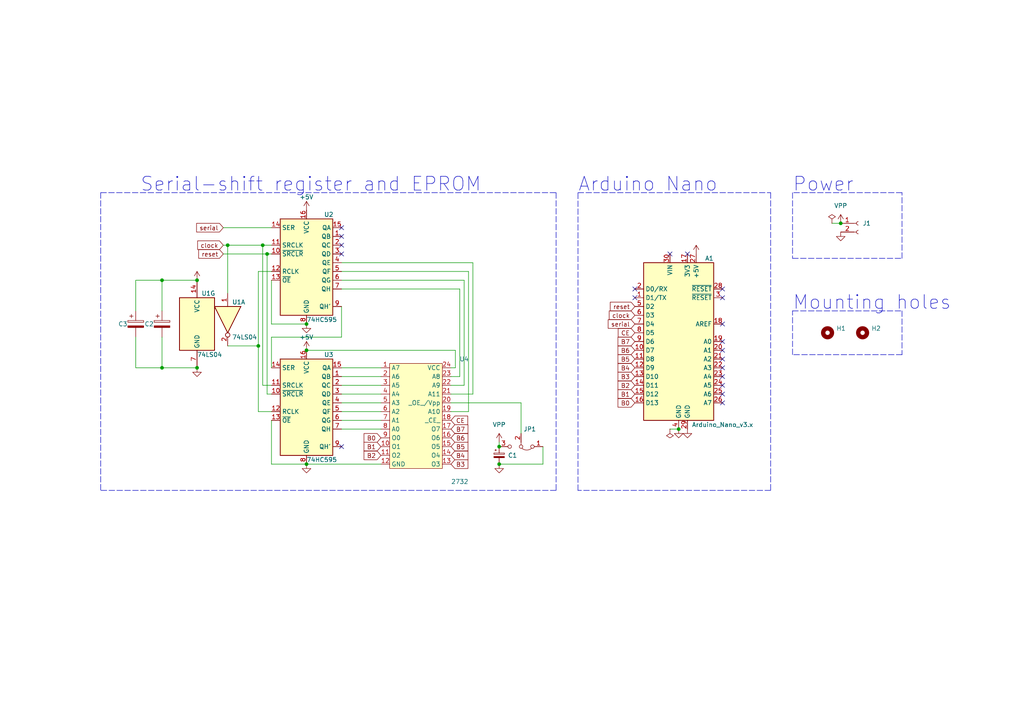
<source format=kicad_sch>
(kicad_sch (version 20211123) (generator eeschema)
  (paper "A4")
  (lib_symbols
    (symbol "74xx:74HC595"
      (property "Reference" "U" (at -7.62 13.97 0))
      (property "Value" "74HC595" (at -7.62 -16.51 0))
      (symbol "74HC595_1_0"
        (pin tri_state line (at 10.16 7.62 180) (length 2.54) (name "QB") (number "1"))
        (pin input line (at -10.16 2.54 0) (length 2.54) (name "~{SRCLR}") (number "10"))
        (pin input line (at -10.16 5.08 0) (length 2.54) (name "SRCLK") (number "11"))
        (pin input line (at -10.16 -2.54 0) (length 2.54) (name "RCLK") (number "12"))
        (pin input line (at -10.16 -5.08 0) (length 2.54) (name "~{OE}") (number "13"))
        (pin input line (at -10.16 10.16 0) (length 2.54) (name "SER") (number "14"))
        (pin tri_state line (at 10.16 10.16 180) (length 2.54) (name "QA") (number "15"))
        (pin power_in line (at 0 15.24 270) (length 2.54) (name "VCC") (number "16"))
        (pin tri_state line (at 10.16 5.08 180) (length 2.54) (name "QC") (number "2"))
        (pin tri_state line (at 10.16 2.54 180) (length 2.54) (name "QD") (number "3"))
        (pin tri_state line (at 10.16 0 180) (length 2.54) (name "QE") (number "4"))
        (pin tri_state line (at 10.16 -2.54 180) (length 2.54) (name "QF") (number "5"))
        (pin tri_state line (at 10.16 -5.08 180) (length 2.54) (name "QG") (number "6"))
        (pin tri_state line (at 10.16 -7.62 180) (length 2.54) (name "QH") (number "7"))
        (pin power_in line (at 0 -17.78 90) (length 2.54) (name "GND") (number "8"))
        (pin output line (at 10.16 -12.7 180) (length 2.54) (name "QH'") (number "9"))
      )
      (symbol "74HC595_1_1"
        (rectangle (start -7.62 12.7) (end 7.62 -15.24) (stroke (width 0.254)) (fill (type background)))
      )
    )
    (symbol "74xx:74LS04"
      (property "Reference" "U" (at 0 1.27 0))
      (property "Value" "74LS04" (at 0 -1.27 0))
      (symbol "74LS04_1_0"
        (polyline (pts (xy -3.81 3.81) (xy -3.81 -3.81) (xy 3.81 0) (xy -3.81 3.81)) (stroke (width 0.254)) (fill (type background)))
        (pin input line (at -7.62 0 0) (length 3.81) (name "~") (number "1"))
        (pin output inverted (at 7.62 0 180) (length 3.81) (name "~") (number "2"))
      )
      (symbol "74LS04_2_0"
        (polyline (pts (xy -3.81 3.81) (xy -3.81 -3.81) (xy 3.81 0) (xy -3.81 3.81)) (stroke (width 0.254)) (fill (type background)))
        (pin input line (at -7.62 0 0) (length 3.81) (name "~") (number "3"))
        (pin output inverted (at 7.62 0 180) (length 3.81) (name "~") (number "4"))
      )
      (symbol "74LS04_3_0"
        (polyline (pts (xy -3.81 3.81) (xy -3.81 -3.81) (xy 3.81 0) (xy -3.81 3.81)) (stroke (width 0.254)) (fill (type background)))
        (pin input line (at -7.62 0 0) (length 3.81) (name "~") (number "5"))
        (pin output inverted (at 7.62 0 180) (length 3.81) (name "~") (number "6"))
      )
      (symbol "74LS04_4_0"
        (polyline (pts (xy -3.81 3.81) (xy -3.81 -3.81) (xy 3.81 0) (xy -3.81 3.81)) (stroke (width 0.254)) (fill (type background)))
        (pin output inverted (at 7.62 0 180) (length 3.81) (name "~") (number "8"))
        (pin input line (at -7.62 0 0) (length 3.81) (name "~") (number "9"))
      )
      (symbol "74LS04_5_0"
        (polyline (pts (xy -3.81 3.81) (xy -3.81 -3.81) (xy 3.81 0) (xy -3.81 3.81)) (stroke (width 0.254)) (fill (type background)))
        (pin output inverted (at 7.62 0 180) (length 3.81) (name "~") (number "10"))
        (pin input line (at -7.62 0 0) (length 3.81) (name "~") (number "11"))
      )
      (symbol "74LS04_6_0"
        (polyline (pts (xy -3.81 3.81) (xy -3.81 -3.81) (xy 3.81 0) (xy -3.81 3.81)) (stroke (width 0.254)) (fill (type background)))
        (pin output inverted (at 7.62 0 180) (length 3.81) (name "~") (number "12"))
        (pin input line (at -7.62 0 0) (length 3.81) (name "~") (number "13"))
      )
      (symbol "74LS04_7_0"
        (pin power_in line (at 0 12.7 270) (length 5.08) (name "VCC") (number "14"))
        (pin power_in line (at 0 -12.7 90) (length 5.08) (name "GND") (number "7"))
      )
      (symbol "74LS04_7_1"
        (rectangle (start -5.08 7.62) (end 5.08 -7.62) (stroke (width 0.254)) (fill (type background)))
      )
    )
    (symbol "Connector:Conn_01x02_Female" (pin_names (offset 1.016) hide)
      (property "Reference" "J" (at 0 2.54 0))
      (property "Value" "Conn_01x02_Female" (at 0 -5.08 0))
      (symbol "Conn_01x02_Female_1_1"
        (arc (start 0 -2.032) (mid -0.508 -2.54) (end 0 -3.048) (stroke (width 0.1524)))
        (polyline (pts (xy -1.27 -2.54) (xy -0.508 -2.54)) (stroke (width 0.1524)))
        (polyline (pts (xy -1.27 0) (xy -0.508 0)) (stroke (width 0.1524)))
        (arc (start 0 0.508) (mid -0.508 0) (end 0 -0.508) (stroke (width 0.1524)))
        (pin passive line (at -5.08 0 0) (length 3.81) (name "Pin_1") (number "1"))
        (pin passive line (at -5.08 -2.54 0) (length 3.81) (name "Pin_2") (number "2"))
      )
    )
    (symbol "Device:C_Polarized" (pin_numbers hide) (pin_names (offset 0.254))
      (property "Reference" "C" (at 0.635 2.54 0))
      (property "Value" "C_Polarized" (at 0.635 -2.54 0))
      (symbol "C_Polarized_0_1"
        (rectangle (start -2.286 0.508) (end 2.286 1.016))
        (polyline (pts (xy -1.778 2.286) (xy -0.762 2.286)))
        (polyline (pts (xy -1.27 2.794) (xy -1.27 1.778)))
        (rectangle (start 2.286 -0.508) (end -2.286 -1.016) (fill (type outline)))
      )
      (symbol "C_Polarized_1_1"
        (pin passive line (at 0 3.81 270) (length 2.794) (name "~") (number "1"))
        (pin passive line (at 0 -3.81 90) (length 2.794) (name "~") (number "2"))
      )
    )
    (symbol "Device:C_Polarized_Small" (pin_numbers hide) (pin_names (offset 0.254) hide)
      (property "Reference" "C" (at 0.254 1.778 0))
      (property "Value" "C_Polarized_Small" (at 0.254 -2.032 0))
      (symbol "C_Polarized_Small_0_1"
        (rectangle (start -1.524 -0.3048) (end 1.524 -0.6858) (fill (type outline)))
        (rectangle (start -1.524 0.6858) (end 1.524 0.3048))
        (polyline (pts (xy -1.27 1.524) (xy -0.762 1.524)))
        (polyline (pts (xy -1.016 1.27) (xy -1.016 1.778)))
      )
      (symbol "C_Polarized_Small_1_1"
        (pin passive line (at 0 2.54 270) (length 1.8542) (name "~") (number "1"))
        (pin passive line (at 0 -2.54 90) (length 1.8542) (name "~") (number "2"))
      )
    )
    (symbol "Jumper:Jumper_3_Bridged12" (pin_names (offset 0) hide)
      (property "Reference" "JP" (at -2.54 -2.54 0))
      (property "Value" "Jumper_3_Bridged12" (at 0 2.794 0))
      (symbol "Jumper_3_Bridged12_0_0"
        (circle (center -3.302 0) (radius 0.508))
        (circle (center 0 0) (radius 0.508))
        (circle (center 3.302 0) (radius 0.508))
      )
      (symbol "Jumper_3_Bridged12_0_1"
        (arc (start -0.254 0.508) (mid -1.651 0.9912) (end -3.048 0.508))
        (polyline (pts (xy 0 -1.27) (xy 0 -0.508)))
      )
      (symbol "Jumper_3_Bridged12_1_1"
        (pin passive line (at -6.35 0 0) (length 2.54) (name "A") (number "1"))
        (pin passive line (at 0 -3.81 90) (length 2.54) (name "C") (number "2"))
        (pin passive line (at 6.35 0 180) (length 2.54) (name "B") (number "3"))
      )
    )
    (symbol "MCU_Module:Arduino_Nano_v3.x"
      (property "Reference" "A" (at -10.16 23.495 0))
      (property "Value" "Arduino_Nano_v3.x" (at 5.08 -24.13 0))
      (symbol "Arduino_Nano_v3.x_0_1"
        (rectangle (start -10.16 22.86) (end 10.16 -22.86) (stroke (width 0.254)) (fill (type background)))
      )
      (symbol "Arduino_Nano_v3.x_1_1"
        (pin bidirectional line (at -12.7 12.7 0) (length 2.54) (name "D1/TX") (number "1"))
        (pin bidirectional line (at -12.7 -2.54 0) (length 2.54) (name "D7") (number "10"))
        (pin bidirectional line (at -12.7 -5.08 0) (length 2.54) (name "D8") (number "11"))
        (pin bidirectional line (at -12.7 -7.62 0) (length 2.54) (name "D9") (number "12"))
        (pin bidirectional line (at -12.7 -10.16 0) (length 2.54) (name "D10") (number "13"))
        (pin bidirectional line (at -12.7 -12.7 0) (length 2.54) (name "D11") (number "14"))
        (pin bidirectional line (at -12.7 -15.24 0) (length 2.54) (name "D12") (number "15"))
        (pin bidirectional line (at -12.7 -17.78 0) (length 2.54) (name "D13") (number "16"))
        (pin power_out line (at 2.54 25.4 270) (length 2.54) (name "3V3") (number "17"))
        (pin input line (at 12.7 5.08 180) (length 2.54) (name "AREF") (number "18"))
        (pin bidirectional line (at 12.7 0 180) (length 2.54) (name "A0") (number "19"))
        (pin bidirectional line (at -12.7 15.24 0) (length 2.54) (name "D0/RX") (number "2"))
        (pin bidirectional line (at 12.7 -2.54 180) (length 2.54) (name "A1") (number "20"))
        (pin bidirectional line (at 12.7 -5.08 180) (length 2.54) (name "A2") (number "21"))
        (pin bidirectional line (at 12.7 -7.62 180) (length 2.54) (name "A3") (number "22"))
        (pin bidirectional line (at 12.7 -10.16 180) (length 2.54) (name "A4") (number "23"))
        (pin bidirectional line (at 12.7 -12.7 180) (length 2.54) (name "A5") (number "24"))
        (pin bidirectional line (at 12.7 -15.24 180) (length 2.54) (name "A6") (number "25"))
        (pin bidirectional line (at 12.7 -17.78 180) (length 2.54) (name "A7") (number "26"))
        (pin power_out line (at 5.08 25.4 270) (length 2.54) (name "+5V") (number "27"))
        (pin input line (at 12.7 15.24 180) (length 2.54) (name "~{RESET}") (number "28"))
        (pin power_in line (at 2.54 -25.4 90) (length 2.54) (name "GND") (number "29"))
        (pin input line (at 12.7 12.7 180) (length 2.54) (name "~{RESET}") (number "3"))
        (pin power_in line (at -2.54 25.4 270) (length 2.54) (name "VIN") (number "30"))
        (pin power_in line (at 0 -25.4 90) (length 2.54) (name "GND") (number "4"))
        (pin bidirectional line (at -12.7 10.16 0) (length 2.54) (name "D2") (number "5"))
        (pin bidirectional line (at -12.7 7.62 0) (length 2.54) (name "D3") (number "6"))
        (pin bidirectional line (at -12.7 5.08 0) (length 2.54) (name "D4") (number "7"))
        (pin bidirectional line (at -12.7 2.54 0) (length 2.54) (name "D5") (number "8"))
        (pin bidirectional line (at -12.7 0 0) (length 2.54) (name "D6") (number "9"))
      )
    )
    (symbol "Mechanical:MountingHole" (pin_names (offset 1.016))
      (property "Reference" "H" (at 0 5.08 0))
      (property "Value" "MountingHole" (at 0 3.175 0))
      (symbol "MountingHole_0_1"
        (circle (center 0 0) (radius 1.27) (stroke (width 1.27)))
      )
    )
    (symbol "Memory_EPROM:2732"
      (property "Reference" "U" (at 3.81 1.27 0))
      (property "Value" "2732" (at 8.89 -31.75 0))
      (symbol "2732_0_1"
        (rectangle (start -3.81 0) (end 11.43 -30.48) (fill (type background)))
      )
      (symbol "2732_1_1"
        (pin input line (at -6.35 -1.27 0) (length 2.54) (name "A7") (number "1"))
        (pin tri_state line (at -6.35 -24.13 0) (length 2.54) (name "O1") (number "10"))
        (pin tri_state line (at -6.35 -26.67 0) (length 2.54) (name "O2") (number "11"))
        (pin power_in line (at -6.35 -29.21 0) (length 2.54) (name "GND") (number "12"))
        (pin tri_state line (at 13.97 -29.21 180) (length 2.54) (name "O3") (number "13"))
        (pin tri_state line (at 13.97 -26.67 180) (length 2.54) (name "O4") (number "14"))
        (pin tri_state line (at 13.97 -24.13 180) (length 2.54) (name "O5") (number "15"))
        (pin tri_state line (at 13.97 -21.59 180) (length 2.54) (name "O6") (number "16"))
        (pin tri_state line (at 13.97 -19.05 180) (length 2.54) (name "O7") (number "17"))
        (pin input line (at 13.97 -16.51 180) (length 2.54) (name "_CE_") (number "18"))
        (pin input line (at 13.97 -13.97 180) (length 2.54) (name "A10") (number "19"))
        (pin input line (at -6.35 -3.81 0) (length 2.54) (name "A6") (number "2"))
        (pin input line (at 13.97 -11.43 180) (length 2.54) (name "_OE_/Vpp") (number "20"))
        (pin input line (at 13.97 -8.89 180) (length 2.54) (name "A11") (number "21"))
        (pin input line (at 13.97 -6.35 180) (length 2.54) (name "A9") (number "22"))
        (pin input line (at 13.97 -3.81 180) (length 2.54) (name "A8") (number "23"))
        (pin power_in line (at 13.97 -1.27 180) (length 2.54) (name "VCC") (number "24"))
        (pin input line (at -6.35 -6.35 0) (length 2.54) (name "A5") (number "3"))
        (pin input line (at -6.35 -8.89 0) (length 2.54) (name "A4") (number "4"))
        (pin input line (at -6.35 -11.43 0) (length 2.54) (name "A3") (number "5"))
        (pin input line (at -6.35 -13.97 0) (length 2.54) (name "A2") (number "6"))
        (pin input line (at -6.35 -16.51 0) (length 2.54) (name "A1") (number "7"))
        (pin input line (at -6.35 -19.05 0) (length 2.54) (name "A0") (number "8"))
        (pin tri_state line (at -6.35 -21.59 0) (length 2.54) (name "O0") (number "9"))
      )
    )
    (symbol "power:+5V" (power) (pin_names (offset 0))
      (property "Value" "+5V" (at 0 3.556 0))
      (symbol "+5V_0_1"
        (polyline (pts (xy -0.762 1.27) (xy 0 2.54)))
        (polyline (pts (xy 0 0) (xy 0 2.54)))
        (polyline (pts (xy 0 2.54) (xy 0.762 1.27)))
      )
      (symbol "+5V_1_1"
        (pin power_in line (at 0 0 90) (length 0) hide (name "+5V") (number "1"))
      )
    )
    (symbol "power:GND" (power) (pin_names (offset 0))
      (property "Value" "GND" (at 0 -3.81 0))
      (symbol "GND_0_1"
        (polyline (pts (xy 0 0) (xy 0 -1.27) (xy 1.27 -1.27) (xy 0 -2.54) (xy -1.27 -1.27) (xy 0 -1.27)))
      )
      (symbol "GND_1_1"
        (pin power_in line (at 0 0 270) (length 0) hide (name "GND") (number "1"))
      )
    )
    (symbol "power:PWR_FLAG" (power) (pin_numbers hide) (pin_names (offset 0) hide)
      (property "Value" "PWR_FLAG" (at 0 3.81 0))
      (symbol "PWR_FLAG_0_0"
        (pin power_out line (at 0 0 90) (length 0) (name "pwr") (number "1"))
      )
      (symbol "PWR_FLAG_0_1"
        (polyline (pts (xy 0 0) (xy 0 1.27) (xy -1.016 1.905) (xy 0 2.54) (xy 1.016 1.905) (xy 0 1.27)))
      )
    )
    (symbol "power:VPP" (power) (pin_names (offset 0))
      (property "Value" "VPP" (at 0 3.81 0))
      (symbol "VPP_0_1"
        (polyline (pts (xy -0.762 1.27) (xy 0 2.54)))
        (polyline (pts (xy 0 0) (xy 0 2.54)))
        (polyline (pts (xy 0 2.54) (xy 0.762 1.27)))
      )
      (symbol "VPP_1_1"
        (pin power_in line (at 0 0 90) (length 0) hide (name "VPP") (number "1"))
      )
    )
  )
  (junction (at 88.9 134.62))
  (junction (at 243.84 64.77))
  (junction (at 76.2 71.12))
  (junction (at 77.47 73.66))
  (junction (at 196.85 124.46))
  (junction (at 66.04 71.12))
  (junction (at 46.99 81.28))
  (junction (at 46.99 106.68))
  (junction (at 144.78 134.62))
  (junction (at 88.9 101.6))
  (junction (at 88.9 93.98))
  (junction (at 144.78 129.54))
  (junction (at 57.15 106.68))
  (junction (at 57.15 81.28))
  (junction (at 74.93 100.33))
  (no_connect (at 209.55 99.06))
  (no_connect (at 209.55 93.98))
  (no_connect (at 209.55 83.82))
  (no_connect (at 199.39 73.66))
  (no_connect (at 184.15 83.82))
  (no_connect (at 184.15 86.36))
  (no_connect (at 194.31 73.66))
  (no_connect (at 99.06 66.04))
  (no_connect (at 99.06 71.12))
  (no_connect (at 209.55 109.22))
  (no_connect (at 99.06 68.58))
  (no_connect (at 209.55 111.76))
  (no_connect (at 209.55 104.14))
  (no_connect (at 209.55 86.36))
  (no_connect (at 209.55 101.6))
  (no_connect (at 209.55 116.84))
  (no_connect (at 209.55 106.68))
  (no_connect (at 99.06 129.54))
  (no_connect (at 99.06 73.66))
  (no_connect (at 209.55 114.3))
  (wire (pts (xy 99.06 121.92) (xy 110.49 121.92)))
  (wire (pts (xy 151.13 125.73) (xy 151.13 116.84)))
  (wire (pts (xy 157.48 134.62) (xy 144.78 134.62)))
  (wire (pts (xy 76.2 71.12) (xy 76.2 111.76)))
  (polyline (pts (xy 229.87 74.93) (xy 261.62 74.93)))
  (wire (pts (xy 88.9 134.62) (xy 110.49 134.62)))
  (wire (pts (xy 99.06 81.28) (xy 134.62 81.28)))
  (wire (pts (xy 64.77 73.66) (xy 77.47 73.66)))
  (wire (pts (xy 133.35 109.22) (xy 133.35 83.82)))
  (wire (pts (xy 78.74 121.92) (xy 78.74 134.62)))
  (polyline (pts (xy 29.21 55.88) (xy 161.29 55.88)))
  (wire (pts (xy 64.77 71.12) (xy 66.04 71.12)))
  (wire (pts (xy 78.74 78.74) (xy 74.93 78.74)))
  (wire (pts (xy 135.89 119.38) (xy 135.89 78.74)))
  (wire (pts (xy 39.37 90.17) (xy 39.37 81.28)))
  (wire (pts (xy 74.93 119.38) (xy 78.74 119.38)))
  (polyline (pts (xy 29.21 55.88) (xy 29.21 142.24)))
  (wire (pts (xy 78.74 114.3) (xy 77.47 114.3)))
  (wire (pts (xy 39.37 97.79) (xy 39.37 106.68)))
  (wire (pts (xy 130.81 106.68) (xy 132.08 106.68)))
  (wire (pts (xy 144.78 128.27) (xy 144.78 129.54)))
  (wire (pts (xy 137.16 76.2) (xy 137.16 114.3)))
  (wire (pts (xy 78.74 81.28) (xy 78.74 93.98)))
  (wire (pts (xy 132.08 106.68) (xy 132.08 101.6)))
  (polyline (pts (xy 229.87 102.87) (xy 229.87 90.17)))
  (wire (pts (xy 99.06 111.76) (xy 110.49 111.76)))
  (wire (pts (xy 99.06 114.3) (xy 110.49 114.3)))
  (wire (pts (xy 88.9 101.6) (xy 132.08 101.6)))
  (wire (pts (xy 130.81 109.22) (xy 133.35 109.22)))
  (polyline (pts (xy 167.64 142.24) (xy 167.64 55.88)))
  (wire (pts (xy 194.31 124.46) (xy 196.85 124.46)))
  (wire (pts (xy 39.37 106.68) (xy 46.99 106.68)))
  (wire (pts (xy 241.3 64.77) (xy 243.84 64.77)))
  (polyline (pts (xy 229.87 90.17) (xy 261.62 90.17)))
  (polyline (pts (xy 161.29 55.88) (xy 161.29 142.24)))
  (polyline (pts (xy 261.62 90.17) (xy 261.62 102.87)))
  (wire (pts (xy 39.37 81.28) (xy 46.99 81.28)))
  (polyline (pts (xy 261.62 55.88) (xy 229.87 55.88)))
  (wire (pts (xy 134.62 81.28) (xy 134.62 111.76)))
  (wire (pts (xy 66.04 100.33) (xy 74.93 100.33)))
  (wire (pts (xy 78.74 93.98) (xy 88.9 93.98)))
  (wire (pts (xy 78.74 134.62) (xy 88.9 134.62)))
  (wire (pts (xy 46.99 81.28) (xy 46.99 90.17)))
  (wire (pts (xy 99.06 106.68) (xy 110.49 106.68)))
  (polyline (pts (xy 261.62 102.87) (xy 229.87 102.87)))
  (wire (pts (xy 99.06 124.46) (xy 110.49 124.46)))
  (wire (pts (xy 133.35 83.82) (xy 99.06 83.82)))
  (wire (pts (xy 66.04 71.12) (xy 76.2 71.12)))
  (wire (pts (xy 46.99 106.68) (xy 57.15 106.68)))
  (polyline (pts (xy 223.52 55.88) (xy 223.52 142.24)))
  (wire (pts (xy 157.48 129.54) (xy 157.48 134.62)))
  (wire (pts (xy 64.77 66.04) (xy 78.74 66.04)))
  (wire (pts (xy 99.06 88.9) (xy 99.06 97.79)))
  (wire (pts (xy 66.04 71.12) (xy 66.04 85.09)))
  (wire (pts (xy 99.06 116.84) (xy 110.49 116.84)))
  (wire (pts (xy 74.93 78.74) (xy 74.93 100.33)))
  (polyline (pts (xy 161.29 142.24) (xy 29.21 142.24)))
  (wire (pts (xy 130.81 111.76) (xy 134.62 111.76)))
  (wire (pts (xy 99.06 109.22) (xy 110.49 109.22)))
  (wire (pts (xy 78.74 97.79) (xy 78.74 106.68)))
  (polyline (pts (xy 167.64 55.88) (xy 223.52 55.88)))
  (wire (pts (xy 99.06 119.38) (xy 110.49 119.38)))
  (wire (pts (xy 76.2 71.12) (xy 78.74 71.12)))
  (wire (pts (xy 46.99 97.79) (xy 46.99 106.68)))
  (wire (pts (xy 99.06 97.79) (xy 78.74 97.79)))
  (wire (pts (xy 130.81 119.38) (xy 135.89 119.38)))
  (wire (pts (xy 135.89 78.74) (xy 99.06 78.74)))
  (polyline (pts (xy 261.62 74.93) (xy 261.62 55.88)))
  (wire (pts (xy 99.06 76.2) (xy 137.16 76.2)))
  (wire (pts (xy 77.47 73.66) (xy 78.74 73.66)))
  (wire (pts (xy 77.47 114.3) (xy 77.47 73.66)))
  (wire (pts (xy 46.99 81.28) (xy 57.15 81.28)))
  (wire (pts (xy 130.81 114.3) (xy 137.16 114.3)))
  (wire (pts (xy 74.93 100.33) (xy 74.93 119.38)))
  (polyline (pts (xy 223.52 142.24) (xy 167.64 142.24)))
  (wire (pts (xy 130.81 116.84) (xy 151.13 116.84)))
  (polyline (pts (xy 229.87 55.88) (xy 229.87 74.93)))
  (wire (pts (xy 78.74 111.76) (xy 76.2 111.76)))
  (text "Arduino Nano" (at 167.64 55.88 0) (effects (font (size 4 4)) (justify left bottom)))
  (text "Power" (at 229.87 55.88 0) (effects (font (size 4 4)) (justify left bottom)))
  (text "Mounting holes" (at 229.87 90.17 0) (effects (font (size 4 4)) (justify left bottom)))
  (text "Serial-shift register and EPROM" (at 40.64 55.88 0) (effects (font (size 4 4)) (justify left bottom)))
  (global_label "B7" (shape input) (at 184.15 99.06 180) (property "Intersheet References" "${INTERSHEET_REFS}" (effects hide)))
  (global_label "B1" (shape input) (at 110.49 129.54 180) (property "Intersheet References" "${INTERSHEET_REFS}" (effects hide)))
  (global_label "B5" (shape input) (at 184.15 104.14 180) (property "Intersheet References" "${INTERSHEET_REFS}" (effects hide)))
  (global_label "reset" (shape input) (at 64.77 73.66 180) (property "Intersheet References" "${INTERSHEET_REFS}" (effects hide)))
  (global_label "B7" (shape input) (at 130.81 124.46 0) (property "Intersheet References" "${INTERSHEET_REFS}" (effects hide)))
  (global_label "CE" (shape input) (at 130.81 121.92 0) (property "Intersheet References" "${INTERSHEET_REFS}" (effects hide)))
  (global_label "CE" (shape input) (at 184.15 96.52 180) (property "Intersheet References" "${INTERSHEET_REFS}" (effects hide)))
  (global_label "B0" (shape input) (at 184.15 116.84 180) (property "Intersheet References" "${INTERSHEET_REFS}" (effects hide)))
  (global_label "B2" (shape input) (at 110.49 132.08 180) (property "Intersheet References" "${INTERSHEET_REFS}" (effects hide)))
  (global_label "B0" (shape input) (at 110.49 127 180) (property "Intersheet References" "${INTERSHEET_REFS}" (effects hide)))
  (global_label "B1" (shape input) (at 184.15 114.3 180) (property "Intersheet References" "${INTERSHEET_REFS}" (effects hide)))
  (global_label "serial" (shape input) (at 184.15 93.98 180) (property "Intersheet References" "${INTERSHEET_REFS}" (effects hide)))
  (global_label "clock" (shape input) (at 184.15 91.44 180) (property "Intersheet References" "${INTERSHEET_REFS}" (effects hide)))
  (global_label "B6" (shape input) (at 130.81 127 0) (property "Intersheet References" "${INTERSHEET_REFS}" (effects hide)))
  (global_label "reset" (shape input) (at 184.15 88.9 180) (property "Intersheet References" "${INTERSHEET_REFS}" (effects hide)))
  (global_label "B6" (shape input) (at 184.15 101.6 180) (property "Intersheet References" "${INTERSHEET_REFS}" (effects hide)))
  (global_label "B3" (shape input) (at 184.15 109.22 180) (property "Intersheet References" "${INTERSHEET_REFS}" (effects hide)))
  (global_label "B3" (shape input) (at 130.81 134.62 0) (property "Intersheet References" "${INTERSHEET_REFS}" (effects hide)))
  (global_label "clock" (shape input) (at 64.77 71.12 180) (property "Intersheet References" "${INTERSHEET_REFS}" (effects hide)))
  (global_label "B4" (shape input) (at 184.15 106.68 180) (property "Intersheet References" "${INTERSHEET_REFS}" (effects hide)))
  (global_label "B5" (shape input) (at 130.81 129.54 0) (property "Intersheet References" "${INTERSHEET_REFS}" (effects hide)))
  (global_label "B4" (shape input) (at 130.81 132.08 0) (property "Intersheet References" "${INTERSHEET_REFS}" (effects hide)))
  (global_label "B2" (shape input) (at 184.15 111.76 180) (property "Intersheet References" "${INTERSHEET_REFS}" (effects hide)))
  (global_label "serial" (shape input) (at 64.77 66.04 180) (property "Intersheet References" "${INTERSHEET_REFS}" (effects hide)))
  (symbol (lib_id "Mechanical:MountingHole") (at 250.19 96.52 0) (unit 1)
    (property "Reference" "H2" (at 252.73 95.2499 0) (effects (justify left)))
    (property "Value" "MountingHole" (effects hide))
    (property "Footprint" "MountingHole:MountingHole_2.5mm" (effects hide))
  )
  (symbol (lib_id "MCU_Module:Arduino_Nano_v3.x") (at 196.85 99.06 0) (unit 1)
    (property "Reference" "A1" (at 204.47 74.93 0) (effects (justify left)))
    (property "Value" "Arduino_Nano_v3.x" (at 200.66 123.19 0) (effects (justify left)))
    (property "Footprint" "Module:Arduino_Nano" (effects hide))
    (property "Datasheet" "http://www.mouser.com/pdfdocs/Gravitech_Arduino_Nano3_0.pdf" (effects hide))
  )
  (symbol (lib_id "74xx:74LS04") (at 66.04 92.71 270) (unit 1)
    (property "Reference" "U1" (at 67.31 87.63 90) (effects (justify left)))
    (property "Value" "74LS04" (at 67.31 97.79 90) (effects (justify left)))
    (property "Footprint" "Package_DIP:DIP-14_W7.62mm" (effects hide))
    (property "Datasheet" "http://www.ti.com/lit/gpn/sn74LS04" (effects hide))
  )
  (symbol (lib_id "Device:C_Polarized_Small") (at 144.78 132.08 0) (unit 1)
    (property "Reference" "C1" (at 147.32 132.08 0) (effects (justify left)))
    (property "Value" "C_Polarized_Small" (effects hide))
    (property "Footprint" "Capacitor_THT:CP_Radial_D5.0mm_P2.00mm" (effects hide))
  )
  (symbol (lib_id "power:VPP") (at 243.84 64.77 0) (unit 1)
    (property "Reference" "#PWR05" (effects hide))
    (property "Value" "VPP" (at 243.84 59.69 0))
  )
  (symbol (lib_id "power:+5V") (at 57.15 81.28 0) (unit 1)
    (property "Reference" "#PWR07" (effects hide))
    (property "Value" "+5V" (effects hide))
  )
  (symbol (lib_id "Device:C_Polarized") (at 39.37 93.98 0) (unit 1)
    (property "Reference" "C3" (at 34.29 93.98 0) (effects (justify left)))
    (property "Value" "C_Polarized" (effects hide))
    (property "Footprint" "Capacitor_THT:CP_Radial_D8.0mm_P3.50mm" (effects hide))
  )
  (symbol (lib_id "Mechanical:MountingHole") (at 240.03 96.52 0) (unit 1)
    (property "Reference" "H1" (at 242.57 95.2499 0) (effects (justify left)))
    (property "Value" "MountingHole" (effects hide))
    (property "Footprint" "MountingHole:MountingHole_2.5mm" (effects hide))
  )
  (symbol (lib_id "power:+5V") (at 88.9 101.6 0) (unit 1)
    (property "Reference" "#PWR0106" (effects hide))
    (property "Value" "+5V" (at 88.9 97.79 0))
  )
  (symbol (lib_id "power:GND") (at 144.78 134.62 0) (unit 1)
    (property "Reference" "#PWR04" (effects hide))
    (property "Value" "GND" (effects hide))
  )
  (symbol (lib_id "power:GND") (at 196.85 124.46 0) (unit 1)
    (property "Reference" "#PWR0102" (effects hide))
    (property "Value" "GND" (effects hide))
  )
  (symbol (lib_id "power:PWR_FLAG") (at 241.3 64.77 0) (unit 1)
    (property "Reference" "#FLG0103" (effects hide))
    (property "Value" "PWR_FLAG" (effects hide))
  )
  (symbol (lib_id "74xx:74LS04") (at 57.15 93.98 0) (unit 7)
    (property "Reference" "U1" (at 58.42 85.09 0) (effects (justify left)))
    (property "Value" "74LS04" (at 57.15 102.87 0) (effects (justify left)))
    (property "Footprint" "Package_DIP:DIP-14_W7.62mm" (effects hide))
    (property "Datasheet" "http://www.ti.com/lit/gpn/sn74LS04" (effects hide))
  )
  (symbol (lib_id "power:VPP") (at 144.78 128.27 0) (unit 1)
    (property "Reference" "#PWR03" (effects hide))
    (property "Value" "VPP" (at 144.78 123.19 0))
  )
  (symbol (lib_id "power:GND") (at 88.9 134.62 0) (unit 1)
    (property "Reference" "#PWR02" (effects hide))
    (property "Value" "GND" (effects hide))
  )
  (symbol (lib_id "power:+5V") (at 88.9 60.96 0) (unit 1)
    (property "Reference" "#PWR0101" (effects hide))
    (property "Value" "+5V" (at 88.9 57.15 0))
  )
  (symbol (lib_id "power:GND") (at 88.9 93.98 0) (unit 1)
    (property "Reference" "#PWR0105" (effects hide))
    (property "Value" "GND" (effects hide))
  )
  (symbol (lib_id "Memory_EPROM:2732") (at 116.84 105.41 0) (unit 1)
    (property "Reference" "U4" (at 134.62 104.14 0))
    (property "Value" "2732" (at 133.35 139.7 0))
    (property "Footprint" "Package_DIP:DIP-24_W15.24mm_Socket" (effects hide))
  )
  (symbol (lib_id "power:GND") (at 57.15 106.68 0) (unit 1)
    (property "Reference" "#PWR08" (effects hide))
    (property "Value" "GND" (effects hide))
  )
  (symbol (lib_id "74xx:74HC595") (at 88.9 76.2 0) (unit 1)
    (property "Reference" "U2" (at 93.98 62.23 0) (effects (justify left)))
    (property "Value" "74HC595" (at 88.9 92.71 0) (effects (justify left)))
    (property "Footprint" "Package_DIP:DIP-16_W7.62mm" (effects hide))
    (property "Datasheet" "http://www.ti.com/lit/ds/symlink/sn74hc595.pdf" (effects hide))
  )
  (symbol (lib_id "power:PWR_FLAG") (at 194.31 124.46 180) (unit 1)
    (property "Reference" "#FLG0102" (effects hide))
    (property "Value" "PWR_FLAG" (effects hide))
  )
  (symbol (lib_id "power:GND") (at 243.84 67.31 0) (unit 1)
    (property "Reference" "#PWR06" (effects hide))
    (property "Value" "GND" (effects hide))
  )
  (symbol (lib_id "power:GND") (at 199.39 124.46 0) (unit 1)
    (property "Reference" "#PWR0103" (effects hide))
    (property "Value" "GND" (effects hide))
  )
  (symbol (lib_id "74xx:74HC595") (at 88.9 116.84 0) (unit 1)
    (property "Reference" "U3" (at 93.98 102.87 0) (effects (justify left)))
    (property "Value" "74HC595" (at 88.9 133.35 0) (effects (justify left)))
    (property "Footprint" "Package_DIP:DIP-16_W7.62mm" (effects hide))
    (property "Datasheet" "http://www.ti.com/lit/ds/symlink/sn74hc595.pdf" (effects hide))
  )
  (symbol (lib_id "power:+5V") (at 201.93 73.66 0) (unit 1)
    (property "Reference" "#PWR0104" (effects hide))
    (property "Value" "+5V" (effects hide))
  )
  (symbol (lib_id "Jumper:Jumper_3_Bridged12") (at 151.13 129.54 180) (unit 1)
    (property "Reference" "JP1" (at 153.67 124.46 0))
    (property "Value" "Jumper_3_Bridged12" (effects hide))
    (property "Footprint" "Connector_PinHeader_2.54mm:PinHeader_1x03_P2.54mm_Vertical" (effects hide))
  )
  (symbol (lib_id "Device:C_Polarized") (at 46.99 93.98 0) (unit 1)
    (property "Reference" "C2" (at 41.91 93.98 0) (effects (justify left)))
    (property "Value" "C_Polarized" (effects hide))
    (property "Footprint" "Capacitor_THT:CP_Radial_D8.0mm_P3.50mm" (effects hide))
  )
  (symbol (lib_id "Connector:Conn_01x02_Female") (at 248.92 64.77 0) (unit 1)
    (property "Reference" "J1" (at 250.19 64.7699 0) (effects (justify left)))
    (property "Value" "Conn_01x02_Female" (effects hide))
    (property "Footprint" "Connector_PinHeader_2.54mm:PinHeader_1x02_P2.54mm_Vertical" (effects hide))
  )
)
</source>
